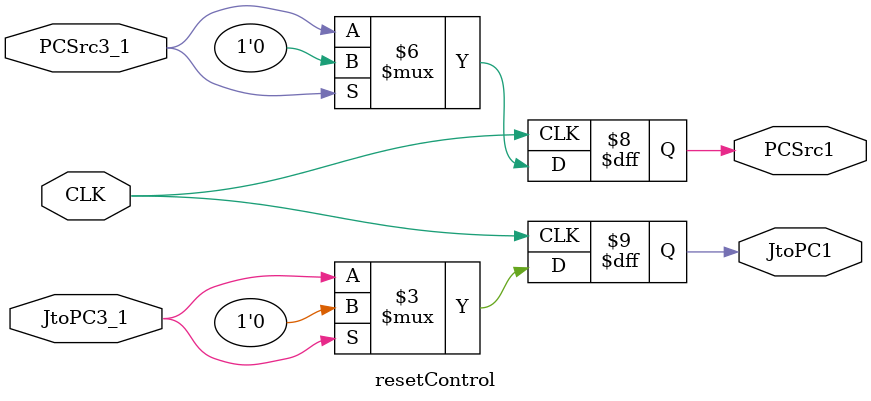
<source format=v>
module resetControl(
  input wire CLK,
  input wire PCSrc3_1,
  input wire JtoPC3_1,
  
  output reg PCSrc1,
  output reg JtoPC1
);

always @ (posedge CLK)
begin
  if (PCSrc3_1)
    PCSrc1 <= 0;
  else
    PCSrc1 <= PCSrc3_1;
  if (JtoPC3_1)
    JtoPC1 <= 0;
  else
    JtoPC1 <= JtoPC3_1;
end

endmodule

</source>
